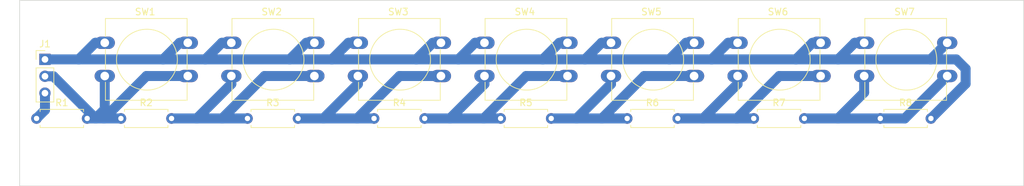
<source format=kicad_pcb>
(kicad_pcb (version 20211014) (generator pcbnew)
  (layers (0 "F.Cu" signal) (31 "B.Cu" signal) (34 "B.Paste" user) (35 "F.Paste" user) (36 "B.SilkS" user "B.Silkscreen") (37 "F.SilkS" user "F.Silkscreen") (38 "B.Mask" user) (39 "F.Mask" user) (44 "Edge.Cuts" user))
  (net 0 "")
  (net 1 "GND")
  (net 2 "+3V3")
  (net 3 "/Aout")
  (net 4 "Net-(R2-Pad2)")
  (net 5 "Net-(R3-Pad2)")
  (net 6 "Net-(R4-Pad2)")
  (net 7 "Net-(R5-Pad2)")
  (net 8 "Net-(R6-Pad2)")
  (net 9 "Net-(R7-Pad2)")
  (footprint "Button_Switch_THT:SW_PUSH-12mm" (layer "F.Cu") (at 182.99 83.86)
    (fp_text reference "SW6" (at 6.08 -4.66) (layer "F.SilkS"))
    (fp_text value "SW_Push")
    (fp_line (start 12.4 5.93) (end 12.4 8.65) (layer "F.SilkS") (width 0.12))
    (fp_line (start 12.4 -3.65) (end 12.4 -0.93) (layer "F.SilkS") (width 0.12))
    (fp_line (start 0.1 -3.65) (end 12.4 -3.65) (layer "F.SilkS") (width 0.12))
    (fp_line (start 0.1 8.65) (end 0.1 5.93) (layer "F.SilkS") (width 0.12))
    (fp_line (start 0.1 4.07) (end 0.1 0.93) (layer "F.SilkS") (width 0.12))
    (fp_line (start 12.4 0.93) (end 12.4 4.07) (layer "F.SilkS") (width 0.12))
    (fp_line (start 0.1 -0.93) (end 0.1 -3.65) (layer "F.SilkS") (width 0.12))
    (fp_line (start 12.4 8.65) (end 0.1 8.65) (layer "F.SilkS") (width 0.12))
    (fp_circle (center 6.35 2.54) (end 10.16 5.08) (layer "F.SilkS") (width 0.12) (fill none))
    (pad "1" thru_hole oval (at 12.5 0) (size 3.048 1.85) (drill 1.3) (layers *.Cu *.Mask) (net 1 "GND"))
    (pad "1" thru_hole oval (at 0 0) (size 3.048 1.85) (drill 1.3) (layers *.Cu *.Mask) (net 1 "GND"))
    (pad "2" thru_hole oval (at 0 5) (size 3.048 1.85) (drill 1.3) (layers *.Cu *.Mask) (net 8 "Net-(R6-Pad2)"))
    (pad "2" thru_hole oval (at 12.5 5) (size 3.048 1.85) (drill 1.3) (layers *.Cu *.Mask) (net 8 "Net-(R6-Pad2)"))
  )
  (footprint "Resistor_THT:R_Axial_DIN0207_L6.3mm_D2.5mm_P7.62mm_Horizontal" (layer "F.Cu") (at 147.32 95.25)
    (fp_text reference "R5" (at 3.81 -2.37) (layer "F.SilkS"))
    (fp_text value "R")
    (fp_line (start 0.54 -1.04) (end 0.54 -1.37) (layer "F.SilkS") (width 0.12))
    (fp_line (start 7.08 -1.37) (end 7.08 -1.04) (layer "F.SilkS") (width 0.12))
    (fp_line (start 7.08 1.37) (end 7.08 1.04) (layer "F.SilkS") (width 0.12))
    (fp_line (start 0.54 -1.37) (end 7.08 -1.37) (layer "F.SilkS") (width 0.12))
    (fp_line (start 0.54 1.37) (end 7.08 1.37) (layer "F.SilkS") (width 0.12))
    (fp_line (start 0.54 1.04) (end 0.54 1.37) (layer "F.SilkS") (width 0.12))
    (pad "1" thru_hole circle (at 0 0) (size 1.6 1.6) (drill 0.8) (layers *.Cu *.Mask) (net 6 "Net-(R4-Pad2)"))
    (pad "2" thru_hole oval (at 7.62 0) (size 1.6 1.6) (drill 0.8) (layers *.Cu *.Mask) (net 7 "Net-(R5-Pad2)"))
  )
  (footprint "Resistor_THT:R_Axial_DIN0207_L6.3mm_D2.5mm_P7.62mm_Horizontal" (layer "F.Cu") (at 77.47 95.25)
    (fp_text reference "R1" (at 3.81 -2.37) (layer "F.SilkS"))
    (fp_text value "R")
    (fp_line (start 7.08 -1.37) (end 7.08 -1.04) (layer "F.SilkS") (width 0.12))
    (fp_line (start 0.54 -1.37) (end 7.08 -1.37) (layer "F.SilkS") (width 0.12))
    (fp_line (start 0.54 -1.04) (end 0.54 -1.37) (layer "F.SilkS") (width 0.12))
    (fp_line (start 0.54 1.37) (end 7.08 1.37) (layer "F.SilkS") (width 0.12))
    (fp_line (start 0.54 1.04) (end 0.54 1.37) (layer "F.SilkS") (width 0.12))
    (fp_line (start 7.08 1.37) (end 7.08 1.04) (layer "F.SilkS") (width 0.12))
    (pad "1" thru_hole circle (at 0 0) (size 1.6 1.6) (drill 0.8) (layers *.Cu *.Mask) (net 2 "+3V3"))
    (pad "2" thru_hole oval (at 7.62 0) (size 1.6 1.6) (drill 0.8) (layers *.Cu *.Mask) (net 3 "/Aout"))
  )
  (footprint "Button_Switch_THT:SW_PUSH-12mm" (layer "F.Cu") (at 106.79 83.86)
    (fp_text reference "SW2" (at 6.08 -4.66) (layer "F.SilkS"))
    (fp_text value "SW_Push")
    (fp_line (start 12.4 0.93) (end 12.4 4.07) (layer "F.SilkS") (width 0.12))
    (fp_line (start 12.4 8.65) (end 0.1 8.65) (layer "F.SilkS") (width 0.12))
    (fp_line (start 12.4 5.93) (end 12.4 8.65) (layer "F.SilkS") (width 0.12))
    (fp_line (start 0.1 -0.93) (end 0.1 -3.65) (layer "F.SilkS") (width 0.12))
    (fp_line (start 0.1 -3.65) (end 12.4 -3.65) (layer "F.SilkS") (width 0.12))
    (fp_line (start 0.1 8.65) (end 0.1 5.93) (layer "F.SilkS") (width 0.12))
    (fp_line (start 0.1 4.07) (end 0.1 0.93) (layer "F.SilkS") (width 0.12))
    (fp_line (start 12.4 -3.65) (end 12.4 -0.93) (layer "F.SilkS") (width 0.12))
    (fp_circle (center 6.35 2.54) (end 10.16 5.08) (layer "F.SilkS") (width 0.12) (fill none))
    (pad "1" thru_hole oval (at 0 0) (size 3.048 1.85) (drill 1.3) (layers *.Cu *.Mask) (net 1 "GND"))
    (pad "1" thru_hole oval (at 12.5 0) (size 3.048 1.85) (drill 1.3) (layers *.Cu *.Mask) (net 1 "GND"))
    (pad "2" thru_hole oval (at 12.5 5) (size 3.048 1.85) (drill 1.3) (layers *.Cu *.Mask) (net 4 "Net-(R2-Pad2)"))
    (pad "2" thru_hole oval (at 0 5) (size 3.048 1.85) (drill 1.3) (layers *.Cu *.Mask) (net 4 "Net-(R2-Pad2)"))
  )
  (footprint "Button_Switch_THT:SW_PUSH-12mm" (layer "F.Cu") (at 163.94 83.86)
    (fp_text reference "SW5" (at 6.08 -4.66) (layer "F.SilkS"))
    (fp_text value "SW_Push")
    (fp_line (start 0.1 -3.65) (end 12.4 -3.65) (layer "F.SilkS") (width 0.12))
    (fp_line (start 12.4 5.93) (end 12.4 8.65) (layer "F.SilkS") (width 0.12))
    (fp_line (start 12.4 0.93) (end 12.4 4.07) (layer "F.SilkS") (width 0.12))
    (fp_line (start 12.4 -3.65) (end 12.4 -0.93) (layer "F.SilkS") (width 0.12))
    (fp_line (start 0.1 -0.93) (end 0.1 -3.65) (layer "F.SilkS") (width 0.12))
    (fp_line (start 0.1 4.07) (end 0.1 0.93) (layer "F.SilkS") (width 0.12))
    (fp_line (start 0.1 8.65) (end 0.1 5.93) (layer "F.SilkS") (width 0.12))
    (fp_line (start 12.4 8.65) (end 0.1 8.65) (layer "F.SilkS") (width 0.12))
    (fp_circle (center 6.35 2.54) (end 10.16 5.08) (layer "F.SilkS") (width 0.12) (fill none))
    (pad "1" thru_hole oval (at 12.5 0) (size 3.048 1.85) (drill 1.3) (layers *.Cu *.Mask) (net 1 "GND"))
    (pad "1" thru_hole oval (at 0 0) (size 3.048 1.85) (drill 1.3) (layers *.Cu *.Mask) (net 1 "GND"))
    (pad "2" thru_hole oval (at 12.5 5) (size 3.048 1.85) (drill 1.3) (layers *.Cu *.Mask) (net 7 "Net-(R5-Pad2)"))
    (pad "2" thru_hole oval (at 0 5) (size 3.048 1.85) (drill 1.3) (layers *.Cu *.Mask) (net 7 "Net-(R5-Pad2)"))
  )
  (footprint "Resistor_THT:R_Axial_DIN0207_L6.3mm_D2.5mm_P7.62mm_Horizontal" (layer "F.Cu") (at 185.42 95.25)
    (fp_text reference "R7" (at 3.81 -2.37) (layer "F.SilkS"))
    (fp_text value "R")
    (fp_line (start 7.08 1.37) (end 7.08 1.04) (layer "F.SilkS") (width 0.12))
    (fp_line (start 0.54 -1.04) (end 0.54 -1.37) (layer "F.SilkS") (width 0.12))
    (fp_line (start 0.54 -1.37) (end 7.08 -1.37) (layer "F.SilkS") (width 0.12))
    (fp_line (start 7.08 -1.37) (end 7.08 -1.04) (layer "F.SilkS") (width 0.12))
    (fp_line (start 0.54 1.37) (end 7.08 1.37) (layer "F.SilkS") (width 0.12))
    (fp_line (start 0.54 1.04) (end 0.54 1.37) (layer "F.SilkS") (width 0.12))
    (pad "1" thru_hole circle (at 0 0) (size 1.6 1.6) (drill 0.8) (layers *.Cu *.Mask) (net 8 "Net-(R6-Pad2)"))
    (pad "2" thru_hole oval (at 7.62 0) (size 1.6 1.6) (drill 0.8) (layers *.Cu *.Mask) (net 9 "Net-(R7-Pad2)"))
  )
  (footprint "Resistor_THT:R_Axial_DIN0207_L6.3mm_D2.5mm_P7.62mm_Horizontal" (layer "F.Cu") (at 90.17 95.25)
    (fp_text reference "R2" (at 3.81 -2.37) (layer "F.SilkS"))
    (fp_text value "R")
    (fp_line (start 0.54 1.37) (end 7.08 1.37) (layer "F.SilkS") (width 0.12))
    (fp_line (start 7.08 -1.37) (end 7.08 -1.04) (layer "F.SilkS") (width 0.12))
    (fp_line (start 0.54 1.04) (end 0.54 1.37) (layer "F.SilkS") (width 0.12))
    (fp_line (start 0.54 -1.04) (end 0.54 -1.37) (layer "F.SilkS") (width 0.12))
    (fp_line (start 7.08 1.37) (end 7.08 1.04) (layer "F.SilkS") (width 0.12))
    (fp_line (start 0.54 -1.37) (end 7.08 -1.37) (layer "F.SilkS") (width 0.12))
    (pad "1" thru_hole circle (at 0 0) (size 1.6 1.6) (drill 0.8) (layers *.Cu *.Mask) (net 3 "/Aout"))
    (pad "2" thru_hole oval (at 7.62 0) (size 1.6 1.6) (drill 0.8) (layers *.Cu *.Mask) (net 4 "Net-(R2-Pad2)"))
  )
  (footprint "Resistor_THT:R_Axial_DIN0207_L6.3mm_D2.5mm_P7.62mm_Horizontal" (layer "F.Cu") (at 128.27 95.25)
    (fp_text reference "R4" (at 3.81 -2.37) (layer "F.SilkS"))
    (fp_text value "R")
    (fp_line (start 7.08 1.37) (end 7.08 1.04) (layer "F.SilkS") (width 0.12))
    (fp_line (start 0.54 -1.04) (end 0.54 -1.37) (layer "F.SilkS") (width 0.12))
    (fp_line (start 7.08 -1.37) (end 7.08 -1.04) (layer "F.SilkS") (width 0.12))
    (fp_line (start 0.54 -1.37) (end 7.08 -1.37) (layer "F.SilkS") (width 0.12))
    (fp_line (start 0.54 1.04) (end 0.54 1.37) (layer "F.SilkS") (width 0.12))
    (fp_line (start 0.54 1.37) (end 7.08 1.37) (layer "F.SilkS") (width 0.12))
    (pad "1" thru_hole circle (at 0 0) (size 1.6 1.6) (drill 0.8) (layers *.Cu *.Mask) (net 5 "Net-(R3-Pad2)"))
    (pad "2" thru_hole oval (at 7.62 0) (size 1.6 1.6) (drill 0.8) (layers *.Cu *.Mask) (net 6 "Net-(R4-Pad2)"))
  )
  (footprint "Button_Switch_THT:SW_PUSH-12mm" (layer "F.Cu") (at 87.74 83.86)
    (fp_text reference "SW1" (at 6.08 -4.66) (layer "F.SilkS"))
    (fp_text value "SW_Push")
    (fp_line (start 12.4 -3.65) (end 12.4 -0.93) (layer "F.SilkS") (width 0.12))
    (fp_line (start 0.1 8.65) (end 0.1 5.93) (layer "F.SilkS") (width 0.12))
    (fp_line (start 12.4 5.93) (end 12.4 8.65) (layer "F.SilkS") (width 0.12))
    (fp_line (start 0.1 4.07) (end 0.1 0.93) (layer "F.SilkS") (width 0.12))
    (fp_line (start 0.1 -3.65) (end 12.4 -3.65) (layer "F.SilkS") (width 0.12))
    (fp_line (start 12.4 0.93) (end 12.4 4.07) (layer "F.SilkS") (width 0.12))
    (fp_line (start 0.1 -0.93) (end 0.1 -3.65) (layer "F.SilkS") (width 0.12))
    (fp_line (start 12.4 8.65) (end 0.1 8.65) (layer "F.SilkS") (width 0.12))
    (fp_circle (center 6.35 2.54) (end 10.16 5.08) (layer "F.SilkS") (width 0.12) (fill none))
    (pad "1" thru_hole oval (at 0 0) (size 3.048 1.85) (drill 1.3) (layers *.Cu *.Mask) (net 1 "GND"))
    (pad "1" thru_hole oval (at 12.5 0) (size 3.048 1.85) (drill 1.3) (layers *.Cu *.Mask) (net 1 "GND"))
    (pad "2" thru_hole oval (at 12.5 5) (size 3.048 1.85) (drill 1.3) (layers *.Cu *.Mask) (net 3 "/Aout"))
    (pad "2" thru_hole oval (at 0 5) (size 3.048 1.85) (drill 1.3) (layers *.Cu *.Mask) (net 3 "/Aout"))
  )
  (footprint "Button_Switch_THT:SW_PUSH-12mm" (layer "F.Cu") (at 125.84 83.86)
    (fp_text reference "SW3" (at 6.08 -4.66) (layer "F.SilkS"))
    (fp_text value "SW_Push")
    (fp_line (start 0.1 -3.65) (end 12.4 -3.65) (layer "F.SilkS") (width 0.12))
    (fp_line (start 12.4 0.93) (end 12.4 4.07) (layer "F.SilkS") (width 0.12))
    (fp_line (start 12.4 -3.65) (end 12.4 -0.93) (layer "F.SilkS") (width 0.12))
    (fp_line (start 0.1 8.65) (end 0.1 5.93) (layer "F.SilkS") (width 0.12))
    (fp_line (start 0.1 -0.93) (end 0.1 -3.65) (layer "F.SilkS") (width 0.12))
    (fp_line (start 12.4 5.93) (end 12.4 8.65) (layer "F.SilkS") (width 0.12))
    (fp_line (start 12.4 8.65) (end 0.1 8.65) (layer "F.SilkS") (width 0.12))
    (fp_line (start 0.1 4.07) (end 0.1 0.93) (layer "F.SilkS") (width 0.12))
    (fp_circle (center 6.35 2.54) (end 10.16 5.08) (layer "F.SilkS") (width 0.12) (fill none))
    (pad "1" thru_hole oval (at 12.5 0) (size 3.048 1.85) (drill 1.3) (layers *.Cu *.Mask) (net 1 "GND"))
    (pad "1" thru_hole oval (at 0 0) (size 3.048 1.85) (drill 1.3) (layers *.Cu *.Mask) (net 1 "GND"))
    (pad "2" thru_hole oval (at 12.5 5) (size 3.048 1.85) (drill 1.3) (layers *.Cu *.Mask) (net 5 "Net-(R3-Pad2)"))
    (pad "2" thru_hole oval (at 0 5) (size 3.048 1.85) (drill 1.3) (layers *.Cu *.Mask) (net 5 "Net-(R3-Pad2)"))
  )
  (footprint "Resistor_THT:R_Axial_DIN0207_L6.3mm_D2.5mm_P7.62mm_Horizontal" (layer "F.Cu") (at 109.22 95.25)
    (fp_text reference "R3" (at 3.81 -2.37) (layer "F.SilkS"))
    (fp_text value "R")
    (fp_line (start 7.08 -1.37) (end 7.08 -1.04) (layer "F.SilkS") (width 0.12))
    (fp_line (start 0.54 -1.37) (end 7.08 -1.37) (layer "F.SilkS") (width 0.12))
    (fp_line (start 0.54 -1.04) (end 0.54 -1.37) (layer "F.SilkS") (width 0.12))
    (fp_line (start 0.54 1.04) (end 0.54 1.37) (layer "F.SilkS") (width 0.12))
    (fp_line (start 7.08 1.37) (end 7.08 1.04) (layer "F.SilkS") (width 0.12))
    (fp_line (start 0.54 1.37) (end 7.08 1.37) (layer "F.SilkS") (width 0.12))
    (pad "1" thru_hole circle (at 0 0) (size 1.6 1.6) (drill 0.8) (layers *.Cu *.Mask) (net 4 "Net-(R2-Pad2)"))
    (pad "2" thru_hole oval (at 7.62 0) (size 1.6 1.6) (drill 0.8) (layers *.Cu *.Mask) (net 5 "Net-(R3-Pad2)"))
  )
  (footprint "Button_Switch_THT:SW_PUSH-12mm" (layer "F.Cu") (at 202.04 83.86)
    (fp_text reference "SW7" (at 6.08 -4.66) (layer "F.SilkS"))
    (fp_text value "SW_Push")
    (fp_line (start 12.4 -3.65) (end 12.4 -0.93) (layer "F.SilkS") (width 0.12))
    (fp_line (start 0.1 -0.93) (end 0.1 -3.65) (layer "F.SilkS") (width 0.12))
    (fp_line (start 0.1 -3.65) (end 12.4 -3.65) (layer "F.SilkS") (width 0.12))
    (fp_line (start 0.1 8.65) (end 0.1 5.93) (layer "F.SilkS") (width 0.12))
    (fp_line (start 12.4 5.93) (end 12.4 8.65) (layer "F.SilkS") (width 0.12))
    (fp_line (start 0.1 4.07) (end 0.1 0.93) (layer "F.SilkS") (width 0.12))
    (fp_line (start 12.4 8.65) (end 0.1 8.65) (layer "F.SilkS") (width 0.12))
    (fp_line (start 12.4 0.93) (end 12.4 4.07) (layer "F.SilkS") (width 0.12))
    (fp_circle (center 6.35 2.54) (end 10.16 5.08) (layer "F.SilkS") (width 0.12) (fill none))
    (pad "1" thru_hole oval (at 0 0) (size 3.048 1.85) (drill 1.3) (layers *.Cu *.Mask) (net 1 "GND"))
    (pad "1" thru_hole oval (at 12.5 0) (size 3.048 1.85) (drill 1.3) (layers *.Cu *.Mask) (net 1 "GND"))
    (pad "2" thru_hole oval (at 12.5 5) (size 3.048 1.85) (drill 1.3) (layers *.Cu *.Mask) (net 9 "Net-(R7-Pad2)"))
    (pad "2" thru_hole oval (at 0 5) (size 3.048 1.85) (drill 1.3) (layers *.Cu *.Mask) (net 9 "Net-(R7-Pad2)"))
  )
  (footprint "Connector_PinHeader_2.54mm:PinHeader_1x03_P2.54mm_Vertical" (layer "F.Cu") (at 78.74 86.36)
    (fp_text reference "J1" (at 0 -2.33) (layer "F.SilkS"))
    (fp_text value "Conn_01x03_Male")
    (fp_line (start -1.33 6.41) (end 1.33 6.41) (layer "F.SilkS") (width 0.12))
    (fp_line (start 1.33 1.27) (end 1.33 6.41) (layer "F.SilkS") (width 0.12))
    (fp_line (start -1.33 -1.33) (end 0 -1.33) (layer "F.SilkS") (width 0.12))
    (fp_line (start -1.33 1.27) (end -1.33 6.41) (layer "F.SilkS") (width 0.12))
    (fp_line (start -1.33 0) (end -1.33 -1.33) (layer "F.SilkS") (width 0.12))
    (fp_line (start -1.33 1.27) (end 1.33 1.27) (layer "F.SilkS") (width 0.12))
    (pad "1" thru_hole rect (at 0 0) (size 1.7 1.7) (drill 1) (layers *.Cu *.Mask) (net 1 "GND"))
    (pad "2" thru_hole oval (at 0 2.54) (size 1.7 1.7) (drill 1) (layers *.Cu *.Mask) (net 3 "/Aout"))
    (pad "3" thru_hole oval (at 0 5.08) (size 1.7 1.7) (drill 1) (layers *.Cu *.Mask) (net 2 "+3V3"))
  )
  (footprint "Button_Switch_THT:SW_PUSH-12mm" (layer "F.Cu") (at 144.89 83.86)
    (fp_text reference "SW4" (at 6.08 -4.66) (layer "F.SilkS"))
    (fp_text value "SW_Push")
    (fp_line (start 12.4 8.65) (end 0.1 8.65) (layer "F.SilkS") (width 0.12))
    (fp_line (start 12.4 5.93) (end 12.4 8.65) (layer "F.SilkS") (width 0.12))
    (fp_line (start 0.1 4.07) (end 0.1 0.93) (layer "F.SilkS") (width 0.12))
    (fp_line (start 12.4 0.93) (end 12.4 4.07) (layer "F.SilkS") (width 0.12))
    (fp_line (start 0.1 8.65) (end 0.1 5.93) (layer "F.SilkS") (width 0.12))
    (fp_line (start 12.4 -3.65) (end 12.4 -0.93) (layer "F.SilkS") (width 0.12))
    (fp_line (start 0.1 -0.93) (end 0.1 -3.65) (layer "F.SilkS") (width 0.12))
    (fp_line (start 0.1 -3.65) (end 12.4 -3.65) (layer "F.SilkS") (width 0.12))
    (fp_circle (center 6.35 2.54) (end 10.16 5.08) (layer "F.SilkS") (width 0.12) (fill none))
    (pad "1" thru_hole oval (at 12.5 0) (size 3.048 1.85) (drill 1.3) (layers *.Cu *.Mask) (net 1 "GND"))
    (pad "1" thru_hole oval (at 0 0) (size 3.048 1.85) (drill 1.3) (layers *.Cu *.Mask) (net 1 "GND"))
    (pad "2" thru_hole oval (at 0 5) (size 3.048 1.85) (drill 1.3) (layers *.Cu *.Mask) (net 6 "Net-(R4-Pad2)"))
    (pad "2" thru_hole oval (at 12.5 5) (size 3.048 1.85) (drill 1.3) (layers *.Cu *.Mask) (net 6 "Net-(R4-Pad2)"))
  )
  (footprint "Resistor_THT:R_Axial_DIN0207_L6.3mm_D2.5mm_P7.62mm_Horizontal" (layer "F.Cu") (at 166.37 95.25)
    (fp_text reference "R6" (at 3.81 -2.37) (layer "F.SilkS"))
    (fp_text value "R")
    (fp_line (start 7.08 1.37) (end 7.08 1.04) (layer "F.SilkS") (width 0.12))
    (fp_line (start 0.54 -1.37) (end 7.08 -1.37) (layer "F.SilkS") (width 0.12))
    (fp_line (start 0.54 1.37) (end 7.08 1.37) (layer "F.SilkS") (width 0.12))
    (fp_line (start 0.54 1.04) (end 0.54 1.37) (layer "F.SilkS") (width 0.12))
    (fp_line (start 7.08 -1.37) (end 7.08 -1.04) (layer "F.SilkS") (width 0.12))
    (fp_line (start 0.54 -1.04) (end 0.54 -1.37) (layer "F.SilkS") (width 0.12))
    (pad "1" thru_hole circle (at 0 0) (size 1.6 1.6) (drill 0.8) (layers *.Cu *.Mask) (net 7 "Net-(R5-Pad2)"))
    (pad "2" thru_hole oval (at 7.62 0) (size 1.6 1.6) (drill 0.8) (layers *.Cu *.Mask) (net 8 "Net-(R6-Pad2)"))
  )
  (footprint "Resistor_THT:R_Axial_DIN0207_L6.3mm_D2.5mm_P7.62mm_Horizontal" (layer "F.Cu") (at 204.47 95.25)
    (fp_text reference "R8" (at 3.81 -2.37) (layer "F.SilkS"))
    (fp_text value "R")
    (fp_line (start 7.08 1.37) (end 7.08 1.04) (layer "F.SilkS") (width 0.12))
    (fp_line (start 0.54 -1.04) (end 0.54 -1.37) (layer "F.SilkS") (width 0.12))
    (fp_line (start 0.54 1.37) (end 7.08 1.37) (layer "F.SilkS") (width 0.12))
    (fp_line (start 0.54 -1.37) (end 7.08 -1.37) (layer "F.SilkS") (width 0.12))
    (fp_line (start 0.54 1.04) (end 0.54 1.37) (layer "F.SilkS") (width 0.12))
    (fp_line (start 7.08 -1.37) (end 7.08 -1.04) (layer "F.SilkS") (width 0.12))
    (pad "1" thru_hole circle (at 0 0) (size 1.6 1.6) (drill 0.8) (layers *.Cu *.Mask) (net 9 "Net-(R7-Pad2)"))
    (pad "2" thru_hole oval (at 7.62 0) (size 1.6 1.6) (drill 0.8) (layers *.Cu *.Mask) (net 1 "GND"))
  )
  (gr_rect (start 74.93 77.47) (end 226.06 105.41) (layer "Edge.Cuts") (width 0.1) (fill none))
  (segment (start 176.44 83.86) (end 175.22 83.86) (width 1.5) (layer "B.Cu") (net 1))
  (segment (start 105.37 83.86) (end 102.87 86.36) (width 1.5) (layer "B.Cu") (net 1))
  (segment (start 181.57 83.86) (end 179.07 86.36) (width 1.5) (layer "B.Cu") (net 1))
  (segment (start 191.77 86.36) (end 198.12 86.36) (width 1.5) (layer "B.Cu") (net 1))
  (segment (start 212.09 95.25) (end 217.31352 90.02648) (width 1.5) (layer "B.Cu") (net 1))
  (segment (start 121.92 86.36) (end 134.62 86.36) (width 1.5) (layer "B.Cu") (net 1))
  (segment (start 172.72 86.36) (end 179.07 86.36) (width 1.5) (layer "B.Cu") (net 1))
  (segment (start 102.87 86.36) (end 115.57 86.36) (width 1.5) (layer "B.Cu") (net 1))
  (segment (start 115.57 86.36) (end 121.92 86.36) (width 1.5) (layer "B.Cu") (net 1))
  (segment (start 198.12 86.36) (end 212.04 86.36) (width 1.5) (layer "B.Cu") (net 1))
  (segment (start 179.07 86.36) (end 191.77 86.36) (width 1.5) (layer "B.Cu") (net 1))
  (segment (start 194.27 83.86) (end 191.77 86.36) (width 1.5) (layer "B.Cu") (net 1))
  (segment (start 163.94 83.86) (end 162.52 83.86) (width 1.5) (layer "B.Cu") (net 1))
  (segment (start 153.67 86.36) (end 160.02 86.36) (width 1.5) (layer "B.Cu") (net 1))
  (segment (start 162.52 83.86) (end 160.02 86.36) (width 1.5) (layer "B.Cu") (net 1))
  (segment (start 200.62 83.86) (end 198.12 86.36) (width 1.5) (layer "B.Cu") (net 1))
  (segment (start 138.34 83.86) (end 137.12 83.86) (width 1.5) (layer "B.Cu") (net 1))
  (segment (start 140.97 86.36) (end 153.67 86.36) (width 1.5) (layer "B.Cu") (net 1))
  (segment (start 119.29 83.86) (end 118.07 83.86) (width 1.5) (layer "B.Cu") (net 1))
  (segment (start 202.04 83.86) (end 200.62 83.86) (width 1.5) (layer "B.Cu") (net 1))
  (segment (start 195.49 83.86) (end 194.27 83.86) (width 1.5) (layer "B.Cu") (net 1))
  (segment (start 144.89 83.86) (end 143.47 83.86) (width 1.5) (layer "B.Cu") (net 1))
  (segment (start 134.62 86.36) (end 140.97 86.36) (width 1.5) (layer "B.Cu") (net 1))
  (segment (start 124.42 83.86) (end 121.92 86.36) (width 1.5) (layer "B.Cu") (net 1))
  (segment (start 96.52 86.36) (end 102.87 86.36) (width 1.5) (layer "B.Cu") (net 1))
  (segment (start 156.17 83.86) (end 153.67 86.36) (width 1.5) (layer "B.Cu") (net 1))
  (segment (start 106.79 83.86) (end 105.37 83.86) (width 1.5) (layer "B.Cu") (net 1))
  (segment (start 125.84 83.86) (end 124.42 83.86) (width 1.5) (layer "B.Cu") (net 1))
  (segment (start 182.99 83.86) (end 181.57 83.86) (width 1.5) (layer "B.Cu") (net 1))
  (segment (start 99.02 83.86) (end 96.52 86.36) (width 1.5) (layer "B.Cu") (net 1))
  (segment (start 118.07 83.86) (end 115.57 86.36) (width 1.5) (layer "B.Cu") (net 1))
  (segment (start 143.47 83.86) (end 140.97 86.36) (width 1.5) (layer "B.Cu") (net 1))
  (segment (start 86.32 83.86) (end 83.82 86.36) (width 1.5) (layer "B.Cu") (net 1))
  (segment (start 212.04 86.36) (end 214.54 83.86) (width 1.5) (layer "B.Cu") (net 1))
  (segment (start 175.22 83.86) (end 172.72 86.36) (width 1.5) (layer "B.Cu") (net 1))
  (segment (start 83.82 86.36) (end 78.74 86.36) (width 1.5) (layer "B.Cu") (net 1))
  (segment (start 160.02 86.36) (end 172.72 86.36) (width 1.5) (layer "B.Cu") (net 1))
  (segment (start 217.31352 87.77352) (end 215.9 86.36) (width 1.5) (layer "B.Cu") (net 1))
  (segment (start 215.9 86.36) (end 212.04 86.36) (width 1.5) (layer "B.Cu") (net 1))
  (segment (start 157.39 83.86) (end 156.17 83.86) (width 1.5) (layer "B.Cu") (net 1))
  (segment (start 87.74 83.86) (end 86.32 83.86) (width 1.5) (layer "B.Cu") (net 1))
  (segment (start 217.31352 90.02648) (end 217.31352 87.77352) (width 1.5) (layer "B.Cu") (net 1))
  (segment (start 100.24 83.86) (end 99.02 83.86) (width 1.5) (layer "B.Cu") (net 1))
  (segment (start 83.82 86.36) (end 96.52 86.36) (width 1.5) (layer "B.Cu") (net 1))
  (segment (start 137.12 83.86) (end 134.62 86.36) (width 1.5) (layer "B.Cu") (net 1))
  (segment (start 78.74 93.98) (end 77.47 95.25) (width 1.5) (layer "B.Cu") (net 2))
  (segment (start 78.74 91.44) (end 78.74 93.98) (width 1.5) (layer "B.Cu") (net 2))
  (segment (start 94.02 88.86) (end 87.63 95.25) (width 1.5) (layer "B.Cu") (net 3))
  (segment (start 87.74 88.86) (end 87.74 93.87) (width 1.5) (layer "B.Cu") (net 3))
  (segment (start 100.24 88.86) (end 94.02 88.86) (width 1.5) (layer "B.Cu") (net 3))
  (segment (start 78.74 88.9) (end 80.01 88.9) (width 1.5) (layer "B.Cu") (net 3))
  (segment (start 86.36 95.25) (end 87.63 95.25) (width 1.5) (layer "B.Cu") (net 3))
  (segment (start 87.63 95.25) (end 90.17 95.25) (width 1.5) (layer "B.Cu") (net 3))
  (segment (start 80.01 88.9) (end 86.36 95.25) (width 1.5) (layer "B.Cu") (net 3))
  (segment (start 85.09 95.25) (end 86.36 95.25) (width 1.5) (layer "B.Cu") (net 3))
  (segment (start 87.74 93.87) (end 86.36 95.25) (width 1.5) (layer "B.Cu") (net 3))
  (segment (start 106.79 88.86) (end 106.79 90.06) (width 1.5) (layer "B.Cu") (net 4))
  (segment (start 111.8 88.86) (end 105.41 95.25) (width 1.5) (layer "B.Cu") (net 4))
  (segment (start 97.79 95.25) (end 101.6 95.25) (width 1.5) (layer "B.Cu") (net 4))
  (segment (start 101.6 95.25) (end 105.41 95.25) (width 1.5) (layer "B.Cu") (net 4))
  (segment (start 106.79 90.06) (end 101.6 95.25) (width 1.5) (layer "B.Cu") (net 4))
  (segment (start 119.29 88.86) (end 111.8 88.86) (width 1.5) (layer "B.Cu") (net 4))
  (segment (start 105.41 95.25) (end 109.22 95.25) (width 1.5) (layer "B.Cu") (net 4))
  (segment (start 125.84 90.06) (end 120.65 95.25) (width 1.5) (layer "B.Cu") (net 5))
  (segment (start 125.73 95.25) (end 128.27 95.25) (width 1.5) (layer "B.Cu") (net 5))
  (segment (start 138.34 88.86) (end 132.12 88.86) (width 1.5) (layer "B.Cu") (net 5))
  (segment (start 132.12 88.86) (end 125.73 95.25) (width 1.5) (layer "B.Cu") (net 5))
  (segment (start 116.84 95.25) (end 120.65 95.25) (width 1.5) (layer "B.Cu") (net 5))
  (segment (start 125.84 88.86) (end 125.84 90.06) (width 1.5) (layer "B.Cu") (net 5))
  (segment (start 120.65 95.25) (end 125.73 95.25) (width 1.5) (layer "B.Cu") (net 5))
  (segment (start 144.78 95.25) (end 147.32 95.25) (width 1.5) (layer "B.Cu") (net 6))
  (segment (start 157.39 88.86) (end 151.17 88.86) (width 1.5) (layer "B.Cu") (net 6))
  (segment (start 135.89 95.25) (end 139.7 95.25) (width 1.5) (layer "B.Cu") (net 6))
  (segment (start 144.89 90.06) (end 139.7 95.25) (width 1.5) (layer "B.Cu") (net 6))
  (segment (start 139.7 95.25) (end 144.78 95.25) (width 1.5) (layer "B.Cu") (net 6))
  (segment (start 144.89 88.86) (end 144.89 90.06) (width 1.5) (layer "B.Cu") (net 6))
  (segment (start 151.17 88.86) (end 144.78 95.25) (width 1.5) (layer "B.Cu") (net 6))
  (segment (start 163.94 88.86) (end 163.94 90.06) (width 1.5) (layer "B.Cu") (net 7))
  (segment (start 168.95 88.86) (end 162.56 95.25) (width 1.5) (layer "B.Cu") (net 7))
  (segment (start 158.75 95.25) (end 162.56 95.25) (width 1.5) (layer "B.Cu") (net 7))
  (segment (start 163.94 90.06) (end 158.75 95.25) (width 1.5) (layer "B.Cu") (net 7))
  (segment (start 162.56 95.25) (end 166.37 95.25) (width 1.5) (layer "B.Cu") (net 7))
  (segment (start 176.44 88.86) (end 168.95 88.86) (width 1.5) (layer "B.Cu") (net 7))
  (segment (start 154.94 95.25) (end 158.75 95.25) (width 1.5) (layer "B.Cu") (net 7))
  (segment (start 189.27 88.86) (end 182.88 95.25) (width 1.5) (layer "B.Cu") (net 8))
  (segment (start 195.49 88.86) (end 189.27 88.86) (width 1.5) (layer "B.Cu") (net 8))
  (segment (start 173.99 95.25) (end 177.8 95.25) (width 1.5) (layer "B.Cu") (net 8))
  (segment (start 182.88 95.25) (end 185.42 95.25) (width 1.5) (layer "B.Cu") (net 8))
  (segment (start 182.99 88.86) (end 182.99 90.06) (width 1.5) (layer "B.Cu") (net 8))
  (segment (start 182.99 90.06) (end 177.8 95.25) (width 1.5) (layer "B.Cu") (net 8))
  (segment (start 177.8 95.25) (end 182.88 95.25) (width 1.5) (layer "B.Cu") (net 8))
  (segment (start 202.04 88.86) (end 202.04 91.33) (width 1.5) (layer "B.Cu") (net 9))
  (segment (start 208.15 95.25) (end 214.54 88.86) (width 1.5) (layer "B.Cu") (net 9))
  (segment (start 193.04 95.25) (end 198.12 95.25) (width 1.5) (layer "B.Cu") (net 9))
  (segment (start 204.47 95.25) (end 208.15 95.25) (width 1.5) (layer "B.Cu") (net 9))
  (segment (start 202.04 91.33) (end 198.12 95.25) (width 1.5) (layer "B.Cu") (net 9))
  (segment (start 198.12 95.25) (end 204.47 95.25) (width 1.5) (layer "B.Cu") (net 9))
)
</source>
